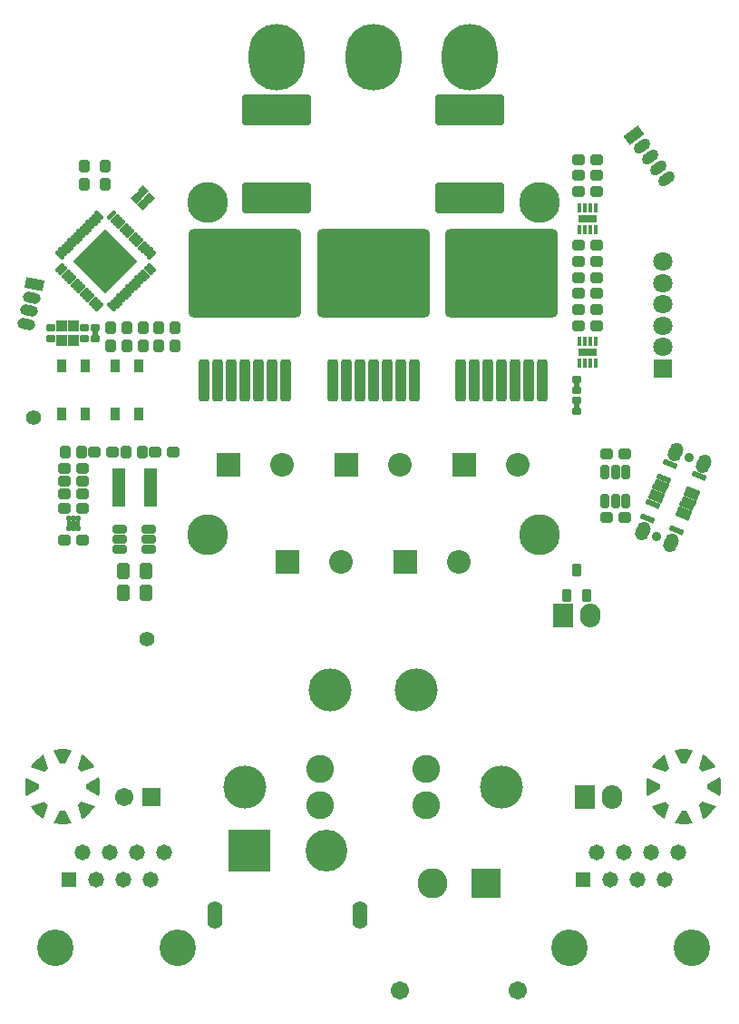
<source format=gts>
%TF.GenerationSoftware,Altium Limited,Altium Designer,23.4.1 (23)*%
G04 Layer_Color=8388736*
%FSLAX45Y45*%
%MOMM*%
%TF.SameCoordinates,71FFD784-3963-444D-9D63-9DA0FBDCC313*%
%TF.FilePolarity,Negative*%
%TF.FileFunction,Soldermask,Top*%
%TF.Part,Single*%
G01*
G75*
%TA.AperFunction,ComponentPad*%
%ADD48C,3.80000*%
%TA.AperFunction,NonConductor*%
%ADD110R,0.60000X0.67500*%
G04:AMPARAMS|DCode=111|XSize=0.675mm|YSize=0.6mm|CornerRadius=0mm|HoleSize=0mm|Usage=FLASHONLY|Rotation=45.000|XOffset=0mm|YOffset=0mm|HoleType=Round|Shape=Rectangle|*
%AMROTATEDRECTD111*
4,1,4,-0.02652,-0.45078,-0.45078,-0.02652,0.02652,0.45078,0.45078,0.02652,-0.02652,-0.45078,0.0*
%
%ADD111ROTATEDRECTD111*%

%TA.AperFunction,SMDPad,CuDef*%
G04:AMPARAMS|DCode=112|XSize=0.7032mm|YSize=0.8032mm|CornerRadius=0.1391mm|HoleSize=0mm|Usage=FLASHONLY|Rotation=90.000|XOffset=0mm|YOffset=0mm|HoleType=Round|Shape=RoundedRectangle|*
%AMROUNDEDRECTD112*
21,1,0.70320,0.52500,0,0,90.0*
21,1,0.42500,0.80320,0,0,90.0*
1,1,0.27820,0.26250,0.21250*
1,1,0.27820,0.26250,-0.21250*
1,1,0.27820,-0.26250,-0.21250*
1,1,0.27820,-0.26250,0.21250*
%
%ADD112ROUNDEDRECTD112*%
%ADD113R,0.46000X0.91000*%
%ADD114R,1.80320X0.65320*%
G04:AMPARAMS|DCode=115|XSize=1.1032mm|YSize=1.0032mm|CornerRadius=0.1616mm|HoleSize=0mm|Usage=FLASHONLY|Rotation=180.000|XOffset=0mm|YOffset=0mm|HoleType=Round|Shape=RoundedRectangle|*
%AMROUNDEDRECTD115*
21,1,1.10320,0.68000,0,0,180.0*
21,1,0.78000,1.00320,0,0,180.0*
1,1,0.32320,-0.39000,0.34000*
1,1,0.32320,0.39000,0.34000*
1,1,0.32320,0.39000,-0.34000*
1,1,0.32320,-0.39000,-0.34000*
%
%ADD115ROUNDEDRECTD115*%
G04:AMPARAMS|DCode=116|XSize=3.8732mm|YSize=0.9932mm|CornerRadius=0.20035mm|HoleSize=0mm|Usage=FLASHONLY|Rotation=90.000|XOffset=0mm|YOffset=0mm|HoleType=Round|Shape=RoundedRectangle|*
%AMROUNDEDRECTD116*
21,1,3.87320,0.59250,0,0,90.0*
21,1,3.47250,0.99320,0,0,90.0*
1,1,0.40070,0.29625,1.73625*
1,1,0.40070,0.29625,-1.73625*
1,1,0.40070,-0.29625,-1.73625*
1,1,0.40070,-0.29625,1.73625*
%
%ADD116ROUNDEDRECTD116*%
G04:AMPARAMS|DCode=117|XSize=10.5732mm|YSize=8.2432mm|CornerRadius=0.5036mm|HoleSize=0mm|Usage=FLASHONLY|Rotation=0.000|XOffset=0mm|YOffset=0mm|HoleType=Round|Shape=RoundedRectangle|*
%AMROUNDEDRECTD117*
21,1,10.57320,7.23600,0,0,0.0*
21,1,9.56600,8.24320,0,0,0.0*
1,1,1.00720,4.78300,-3.61800*
1,1,1.00720,-4.78300,-3.61800*
1,1,1.00720,-4.78300,3.61800*
1,1,1.00720,4.78300,3.61800*
%
%ADD117ROUNDEDRECTD117*%
G04:AMPARAMS|DCode=118|XSize=1.1032mm|YSize=1.0032mm|CornerRadius=0.1616mm|HoleSize=0mm|Usage=FLASHONLY|Rotation=270.000|XOffset=0mm|YOffset=0mm|HoleType=Round|Shape=RoundedRectangle|*
%AMROUNDEDRECTD118*
21,1,1.10320,0.68000,0,0,270.0*
21,1,0.78000,1.00320,0,0,270.0*
1,1,0.32320,-0.34000,-0.39000*
1,1,0.32320,-0.34000,0.39000*
1,1,0.32320,0.34000,0.39000*
1,1,0.32320,0.34000,-0.39000*
%
%ADD118ROUNDEDRECTD118*%
G04:AMPARAMS|DCode=119|XSize=0.8032mm|YSize=1.3032mm|CornerRadius=0.1466mm|HoleSize=0mm|Usage=FLASHONLY|Rotation=90.000|XOffset=0mm|YOffset=0mm|HoleType=Round|Shape=RoundedRectangle|*
%AMROUNDEDRECTD119*
21,1,0.80320,1.01000,0,0,90.0*
21,1,0.51000,1.30320,0,0,90.0*
1,1,0.29320,0.50500,0.25500*
1,1,0.29320,0.50500,-0.25500*
1,1,0.29320,-0.50500,-0.25500*
1,1,0.29320,-0.50500,0.25500*
%
%ADD119ROUNDEDRECTD119*%
G04:AMPARAMS|DCode=120|XSize=1.1032mm|YSize=1.6032mm|CornerRadius=0.1691mm|HoleSize=0mm|Usage=FLASHONLY|Rotation=180.000|XOffset=0mm|YOffset=0mm|HoleType=Round|Shape=RoundedRectangle|*
%AMROUNDEDRECTD120*
21,1,1.10320,1.26500,0,0,180.0*
21,1,0.76500,1.60320,0,0,180.0*
1,1,0.33820,-0.38250,0.63250*
1,1,0.33820,0.38250,0.63250*
1,1,0.33820,0.38250,-0.63250*
1,1,0.33820,-0.38250,-0.63250*
%
%ADD120ROUNDEDRECTD120*%
G04:AMPARAMS|DCode=121|XSize=0.8032mm|YSize=1.2532mm|CornerRadius=0.1466mm|HoleSize=0mm|Usage=FLASHONLY|Rotation=180.000|XOffset=0mm|YOffset=0mm|HoleType=Round|Shape=RoundedRectangle|*
%AMROUNDEDRECTD121*
21,1,0.80320,0.96000,0,0,180.0*
21,1,0.51000,1.25320,0,0,180.0*
1,1,0.29320,-0.25500,0.48000*
1,1,0.29320,0.25500,0.48000*
1,1,0.29320,0.25500,-0.48000*
1,1,0.29320,-0.25500,-0.48000*
%
%ADD121ROUNDEDRECTD121*%
G04:AMPARAMS|DCode=122|XSize=0.8032mm|YSize=1.3032mm|CornerRadius=0.1466mm|HoleSize=0mm|Usage=FLASHONLY|Rotation=180.000|XOffset=0mm|YOffset=0mm|HoleType=Round|Shape=RoundedRectangle|*
%AMROUNDEDRECTD122*
21,1,0.80320,1.01000,0,0,180.0*
21,1,0.51000,1.30320,0,0,180.0*
1,1,0.29320,-0.25500,0.50500*
1,1,0.29320,0.25500,0.50500*
1,1,0.29320,0.25500,-0.50500*
1,1,0.29320,-0.25500,-0.50500*
%
%ADD122ROUNDEDRECTD122*%
G04:AMPARAMS|DCode=123|XSize=2.9032mm|YSize=6.4032mm|CornerRadius=0.1691mm|HoleSize=0mm|Usage=FLASHONLY|Rotation=90.000|XOffset=0mm|YOffset=0mm|HoleType=Round|Shape=RoundedRectangle|*
%AMROUNDEDRECTD123*
21,1,2.90320,6.06500,0,0,90.0*
21,1,2.56500,6.40320,0,0,90.0*
1,1,0.33820,3.03250,1.28250*
1,1,0.33820,3.03250,-1.28250*
1,1,0.33820,-3.03250,-1.28250*
1,1,0.33820,-3.03250,1.28250*
%
%ADD123ROUNDEDRECTD123*%
G04:AMPARAMS|DCode=124|XSize=1.0132mm|YSize=0.4232mm|CornerRadius=0.1291mm|HoleSize=0mm|Usage=FLASHONLY|Rotation=135.000|XOffset=0mm|YOffset=0mm|HoleType=Round|Shape=RoundedRectangle|*
%AMROUNDEDRECTD124*
21,1,1.01320,0.16500,0,0,135.0*
21,1,0.75500,0.42320,0,0,135.0*
1,1,0.25820,-0.20860,0.32527*
1,1,0.25820,0.32527,-0.20860*
1,1,0.25820,0.20860,-0.32527*
1,1,0.25820,-0.32527,0.20860*
%
%ADD124ROUNDEDRECTD124*%
G04:AMPARAMS|DCode=125|XSize=0.4232mm|YSize=1.0132mm|CornerRadius=0.1291mm|HoleSize=0mm|Usage=FLASHONLY|Rotation=135.000|XOffset=0mm|YOffset=0mm|HoleType=Round|Shape=RoundedRectangle|*
%AMROUNDEDRECTD125*
21,1,0.42320,0.75500,0,0,135.0*
21,1,0.16500,1.01320,0,0,135.0*
1,1,0.25820,0.20860,0.32527*
1,1,0.25820,0.32527,0.20860*
1,1,0.25820,-0.20860,-0.32527*
1,1,0.25820,-0.32527,-0.20860*
%
%ADD125ROUNDEDRECTD125*%
%ADD126P,5.94422X4X180.0*%
%ADD127R,1.00320X1.10320*%
G04:AMPARAMS|DCode=128|XSize=1.0032mm|YSize=1.7032mm|CornerRadius=0mm|HoleSize=0mm|Usage=FLASHONLY|Rotation=259.000|XOffset=0mm|YOffset=0mm|HoleType=Round|Shape=Round|*
%AMOVALD128*
21,1,0.70000,1.00320,0.00000,0.00000,349.0*
1,1,1.00320,-0.34357,0.06678*
1,1,1.00320,0.34357,-0.06678*
%
%ADD128OVALD128*%

G04:AMPARAMS|DCode=129|XSize=1.0032mm|YSize=1.7032mm|CornerRadius=0mm|HoleSize=0mm|Usage=FLASHONLY|Rotation=259.000|XOffset=0mm|YOffset=0mm|HoleType=Round|Shape=Rectangle|*
%AMROTATEDRECTD129*
4,1,4,-0.74024,0.65488,0.93166,0.32989,0.74024,-0.65488,-0.93166,-0.32989,-0.74024,0.65488,0.0*
%
%ADD129ROTATEDRECTD129*%

G04:AMPARAMS|DCode=130|XSize=1.0032mm|YSize=1.7032mm|CornerRadius=0mm|HoleSize=0mm|Usage=FLASHONLY|Rotation=307.000|XOffset=0mm|YOffset=0mm|HoleType=Round|Shape=Round|*
%AMOVALD130*
21,1,0.70000,1.00320,0.00000,0.00000,37.0*
1,1,1.00320,-0.27952,-0.21063*
1,1,1.00320,0.27952,0.21063*
%
%ADD130OVALD130*%

G04:AMPARAMS|DCode=131|XSize=1.0032mm|YSize=1.7032mm|CornerRadius=0mm|HoleSize=0mm|Usage=FLASHONLY|Rotation=307.000|XOffset=0mm|YOffset=0mm|HoleType=Round|Shape=Rectangle|*
%AMROTATEDRECTD131*
4,1,4,-0.98199,-0.11191,0.37825,0.91310,0.98199,0.11191,-0.37825,-0.91310,-0.98199,-0.11191,0.0*
%
%ADD131ROTATEDRECTD131*%

G04:AMPARAMS|DCode=132|XSize=0.5032mm|YSize=1.3532mm|CornerRadius=0mm|HoleSize=0mm|Usage=FLASHONLY|Rotation=67.500|XOffset=0mm|YOffset=0mm|HoleType=Round|Shape=Rectangle|*
%AMROTATEDRECTD132*
4,1,4,0.52881,-0.49137,-0.72138,0.02648,-0.52881,0.49137,0.72138,-0.02648,0.52881,-0.49137,0.0*
%
%ADD132ROTATEDRECTD132*%

G04:AMPARAMS|DCode=133|XSize=1.0032mm|YSize=1.1032mm|CornerRadius=0.1616mm|HoleSize=0mm|Usage=FLASHONLY|Rotation=180.000|XOffset=0mm|YOffset=0mm|HoleType=Round|Shape=RoundedRectangle|*
%AMROUNDEDRECTD133*
21,1,1.00320,0.78000,0,0,180.0*
21,1,0.68000,1.10320,0,0,180.0*
1,1,0.32320,-0.34000,0.39000*
1,1,0.32320,0.34000,0.39000*
1,1,0.32320,0.34000,-0.39000*
1,1,0.32320,-0.34000,-0.39000*
%
%ADD133ROUNDEDRECTD133*%
%ADD134R,1.30320X3.60320*%
G04:AMPARAMS|DCode=135|XSize=0.5132mm|YSize=0.4532mm|CornerRadius=0.13285mm|HoleSize=0mm|Usage=FLASHONLY|Rotation=270.000|XOffset=0mm|YOffset=0mm|HoleType=Round|Shape=RoundedRectangle|*
%AMROUNDEDRECTD135*
21,1,0.51320,0.18750,0,0,270.0*
21,1,0.24750,0.45320,0,0,270.0*
1,1,0.26570,-0.09375,-0.12375*
1,1,0.26570,-0.09375,0.12375*
1,1,0.26570,0.09375,0.12375*
1,1,0.26570,0.09375,-0.12375*
%
%ADD135ROUNDEDRECTD135*%
%ADD136R,1.14320X0.50320*%
G04:AMPARAMS|DCode=137|XSize=0.7032mm|YSize=0.8032mm|CornerRadius=0.1391mm|HoleSize=0mm|Usage=FLASHONLY|Rotation=45.000|XOffset=0mm|YOffset=0mm|HoleType=Round|Shape=RoundedRectangle|*
%AMROUNDEDRECTD137*
21,1,0.70320,0.52500,0,0,45.0*
21,1,0.42500,0.80320,0,0,45.0*
1,1,0.27820,0.33587,-0.03535*
1,1,0.27820,0.03535,-0.33587*
1,1,0.27820,-0.33587,0.03535*
1,1,0.27820,-0.03535,0.33587*
%
%ADD137ROUNDEDRECTD137*%
%ADD138C,1.40320*%
%ADD139R,0.91440X1.19380*%
%TA.AperFunction,ComponentPad*%
%ADD140C,2.20320*%
%ADD141R,2.20320X2.20320*%
%ADD142C,4.00320*%
%ADD143R,1.90320X2.20320*%
%ADD144O,1.90320X2.20320*%
%ADD145C,1.70320*%
%ADD146R,1.70320X1.70320*%
%ADD147C,1.80320*%
%ADD148R,1.80320X1.80320*%
%ADD149R,1.47120X1.47120*%
%ADD150C,1.47120*%
%ADD151C,3.40320*%
%ADD152C,1.71120*%
%ADD153C,2.80320*%
%ADD154R,2.80320X2.80320*%
%ADD155O,1.40320X2.60320*%
%ADD156R,3.90320X3.90320*%
%ADD157C,3.90320*%
%ADD158C,0.91320*%
G04:AMPARAMS|DCode=159|XSize=1.8032mm|YSize=1.3032mm|CornerRadius=0mm|HoleSize=0mm|Usage=FLASHONLY|Rotation=67.500|XOffset=0mm|YOffset=0mm|HoleType=Round|Shape=Round|*
%AMOVALD159*
21,1,0.50000,1.30320,0.00000,0.00000,67.5*
1,1,1.30320,-0.09567,-0.23097*
1,1,1.30320,0.09567,0.23097*
%
%ADD159OVALD159*%

%ADD160C,2.60320*%
%ADD161O,5.20320X6.20320*%
G36*
X-2835904Y-3555241D02*
X-2814927Y-3560497D01*
X-2877800Y-3680400D01*
X-2923200D01*
X-2985956Y-3560719D01*
Y-3560719D01*
X-2985956D01*
X-2964994Y-3555408D01*
X-2922080Y-3550028D01*
X-2878831Y-3549972D01*
X-2835904Y-3555241D01*
D02*
G37*
G36*
X-2720872Y-3599312D02*
X-2702294Y-3610380D01*
X-2668146Y-3636920D01*
X-2637524Y-3667462D01*
X-2610895Y-3701541D01*
X-2599779Y-3720090D01*
X-2729021Y-3760417D01*
X-2761124Y-3728314D01*
X-2720872Y-3599312D01*
X-2720872Y-3599312D01*
Y-3599312D01*
D02*
G37*
G36*
X-3039583Y-3729021D02*
X-3071686Y-3761124D01*
X-3200688Y-3720872D01*
X-3200688Y-3720872D01*
X-3189621Y-3702294D01*
X-3163081Y-3668146D01*
X-3132538Y-3637524D01*
X-3098459Y-3610895D01*
X-3079910Y-3599779D01*
X-3039583Y-3729021D01*
D02*
G37*
G36*
X-2555408Y-3835007D02*
X-2550028Y-3877920D01*
X-2549972Y-3921169D01*
X-2555241Y-3964097D01*
X-2560497Y-3985073D01*
X-2680400Y-3922200D01*
Y-3876800D01*
X-2560719Y-3814044D01*
X-2560719D01*
X-2555408Y-3835007D01*
D02*
G37*
G36*
X-3119600Y-3877800D02*
Y-3923200D01*
X-3239281Y-3985956D01*
X-3239281D01*
X-3239281Y-3985956D01*
X-3244592Y-3964994D01*
X-3249972Y-3922080D01*
X-3250028Y-3878831D01*
X-3244760Y-3835904D01*
X-3239504Y-3814927D01*
X-3119600Y-3877800D01*
D02*
G37*
G36*
X-2599312Y-4079128D02*
X-2599312Y-4079128D01*
X-2599312Y-4079128D01*
X-2610380Y-4097706D01*
X-2636920Y-4131855D01*
X-2667462Y-4162476D01*
X-2701541Y-4189105D01*
X-2720090Y-4200221D01*
X-2760417Y-4070979D01*
X-2728314Y-4038876D01*
X-2599312Y-4079128D01*
D02*
G37*
G36*
X-3038876Y-4071686D02*
X-3079128Y-4200688D01*
X-3079128Y-4200688D01*
X-3079128D01*
X-3097706Y-4189621D01*
X-3131855Y-4163081D01*
X-3162476Y-4132538D01*
X-3189105Y-4098459D01*
X-3200221Y-4079910D01*
X-3070979Y-4039583D01*
X-3038876Y-4071686D01*
D02*
G37*
G36*
X-2814044Y-4239281D02*
Y-4239281D01*
Y-4239281D01*
X-2835007Y-4244592D01*
X-2877920Y-4249972D01*
X-2921169Y-4250028D01*
X-2964097Y-4244760D01*
X-2985073Y-4239504D01*
X-2922200Y-4119600D01*
X-2876800D01*
X-2814044Y-4239281D01*
D02*
G37*
G36*
X2964096Y-3555241D02*
X2985073Y-3560497D01*
X2922200Y-3680400D01*
X2876800D01*
X2814044Y-3560719D01*
Y-3560719D01*
X2814044D01*
X2835007Y-3555408D01*
X2877920Y-3550028D01*
X2921169Y-3549972D01*
X2964096Y-3555241D01*
D02*
G37*
G36*
X3079128Y-3599312D02*
X3097706Y-3610380D01*
X3131854Y-3636920D01*
X3162476Y-3667462D01*
X3189105Y-3701541D01*
X3200221Y-3720090D01*
X3070979Y-3760417D01*
X3038876Y-3728314D01*
X3079128Y-3599312D01*
X3079128Y-3599312D01*
Y-3599312D01*
D02*
G37*
G36*
X2760417Y-3729021D02*
X2728314Y-3761124D01*
X2599312Y-3720872D01*
X2599312Y-3720872D01*
X2610379Y-3702294D01*
X2636920Y-3668146D01*
X2667462Y-3637524D01*
X2701541Y-3610895D01*
X2720090Y-3599779D01*
X2760417Y-3729021D01*
D02*
G37*
G36*
X3244592Y-3835007D02*
X3249972Y-3877920D01*
X3250028Y-3921169D01*
X3244760Y-3964097D01*
X3239504Y-3985073D01*
X3119600Y-3922200D01*
Y-3876800D01*
X3239281Y-3814044D01*
X3239281D01*
X3244592Y-3835007D01*
D02*
G37*
G36*
X2680400Y-3877800D02*
Y-3923200D01*
X2560719Y-3985956D01*
X2560719D01*
X2560719Y-3985956D01*
X2555408Y-3964994D01*
X2550028Y-3922080D01*
X2549972Y-3878831D01*
X2555240Y-3835904D01*
X2560496Y-3814927D01*
X2680400Y-3877800D01*
D02*
G37*
G36*
X3200688Y-4079128D02*
X3200688Y-4079128D01*
X3200688Y-4079128D01*
X3189620Y-4097706D01*
X3163080Y-4131855D01*
X3132538Y-4162476D01*
X3098459Y-4189105D01*
X3079910Y-4200221D01*
X3039583Y-4070979D01*
X3071686Y-4038876D01*
X3200688Y-4079128D01*
D02*
G37*
G36*
X2761124Y-4071686D02*
X2720872Y-4200688D01*
X2720872Y-4200688D01*
X2720872D01*
X2702294Y-4189621D01*
X2668146Y-4163081D01*
X2637524Y-4132538D01*
X2610895Y-4098459D01*
X2599779Y-4079910D01*
X2729021Y-4039583D01*
X2761124Y-4071686D01*
D02*
G37*
G36*
X2985956Y-4239281D02*
Y-4239281D01*
Y-4239281D01*
X2964993Y-4244592D01*
X2922080Y-4249972D01*
X2878831Y-4250028D01*
X2835903Y-4244760D01*
X2814927Y-4239504D01*
X2877800Y-4119600D01*
X2923200D01*
X2985956Y-4239281D01*
D02*
G37*
D48*
X1550000Y1550000D02*
D03*
Y-1550000D02*
D03*
X-1550000D02*
D03*
Y1550000D02*
D03*
D110*
X1900000Y-353754D02*
D03*
Y-153739D02*
D03*
X-2600000Y326254D02*
D03*
D111*
X-2122650Y1557350D02*
D03*
X-2182653Y1617350D02*
D03*
D112*
X1900000Y-400000D02*
D03*
Y-300000D02*
D03*
Y-100000D02*
D03*
Y-200000D02*
D03*
X-2700000Y380000D02*
D03*
Y280000D02*
D03*
X-3010000D02*
D03*
Y380000D02*
D03*
X-2600000Y280000D02*
D03*
Y380000D02*
D03*
D113*
X1925000Y48000D02*
D03*
X1975000D02*
D03*
X2025000D02*
D03*
X1925000Y252000D02*
D03*
X2075000Y48000D02*
D03*
X1975000Y252000D02*
D03*
X2075000D02*
D03*
X2025000D02*
D03*
X1925000Y1502000D02*
D03*
X2075000Y1298000D02*
D03*
X1925000D02*
D03*
X1975000Y1502000D02*
D03*
X2025000D02*
D03*
X2075000D02*
D03*
X2025000Y1298000D02*
D03*
X1975000D02*
D03*
D114*
X2000000Y150000D02*
D03*
Y1400000D02*
D03*
D115*
X1915000Y400000D02*
D03*
X2085000D02*
D03*
X1915000Y1000000D02*
D03*
X2085000D02*
D03*
Y550000D02*
D03*
X1915000D02*
D03*
Y700000D02*
D03*
X2085000D02*
D03*
Y850000D02*
D03*
X1915000D02*
D03*
X1915000Y1150000D02*
D03*
X2085000D02*
D03*
X1915000Y1650000D02*
D03*
X2085000D02*
D03*
Y1800000D02*
D03*
X1915000D02*
D03*
X2175000Y-1390000D02*
D03*
X2345000D02*
D03*
X2175000Y-800000D02*
D03*
X2345000D02*
D03*
X1915000Y1950000D02*
D03*
X2085000D02*
D03*
X-2435000Y-780000D02*
D03*
X-2605000D02*
D03*
X-1865000D02*
D03*
X-2035000D02*
D03*
X-2715000Y-930000D02*
D03*
X-2885000D02*
D03*
X-2715000Y-1050000D02*
D03*
X-2885000D02*
D03*
X-2715000Y-1170000D02*
D03*
X-2885000D02*
D03*
X-2715000Y-1300000D02*
D03*
X-2885000D02*
D03*
Y-1600000D02*
D03*
X-2715000D02*
D03*
D116*
X819000Y-107000D02*
D03*
X1581000D02*
D03*
X1454000D02*
D03*
X1327000D02*
D03*
X1200000D02*
D03*
X946000D02*
D03*
X1073000D02*
D03*
X-127000D02*
D03*
X0D02*
D03*
X-254000D02*
D03*
X127000D02*
D03*
X254000D02*
D03*
X381000D02*
D03*
X-381000D02*
D03*
X-1327000D02*
D03*
X-1200000D02*
D03*
X-1454000D02*
D03*
X-1073000D02*
D03*
X-946000D02*
D03*
X-819000D02*
D03*
X-1581000D02*
D03*
D117*
X1200000Y889000D02*
D03*
X0D02*
D03*
X-1200000D02*
D03*
D118*
X-2700000Y1715000D02*
D03*
Y1885000D02*
D03*
X-2500000Y1715000D02*
D03*
Y1885000D02*
D03*
X-1850000Y215000D02*
D03*
Y385000D02*
D03*
X-2000000Y215000D02*
D03*
Y385000D02*
D03*
X-2150000Y215000D02*
D03*
Y385000D02*
D03*
X-2300000Y215000D02*
D03*
Y385000D02*
D03*
X-2450000D02*
D03*
Y215000D02*
D03*
D119*
X-2095000Y-1685000D02*
D03*
X-2365000D02*
D03*
Y-1590000D02*
D03*
Y-1495000D02*
D03*
X-2095000D02*
D03*
Y-1590000D02*
D03*
D120*
X-2335000Y-1890000D02*
D03*
X-2125000D02*
D03*
X-2335000Y-2090000D02*
D03*
X-2125000D02*
D03*
D121*
X1995000Y-2118500D02*
D03*
X1900000Y-1881500D02*
D03*
X1805000Y-2118500D02*
D03*
D122*
X2260000Y-965000D02*
D03*
Y-1235000D02*
D03*
X2165000Y-965000D02*
D03*
Y-1235000D02*
D03*
X2355000Y-965000D02*
D03*
Y-1235000D02*
D03*
D123*
X-900000Y1590000D02*
D03*
Y2410000D02*
D03*
X900000Y1590000D02*
D03*
Y2410000D02*
D03*
D124*
X-2927446Y1059750D02*
D03*
X-2899162Y1088035D02*
D03*
X-2870877Y1116319D02*
D03*
X-2842593Y1144603D02*
D03*
X-2814309Y1172888D02*
D03*
X-2786025Y1201172D02*
D03*
X-2757740Y1229456D02*
D03*
X-2729456Y1257740D02*
D03*
X-2701172Y1286025D02*
D03*
X-2672888Y1314309D02*
D03*
X-2644603Y1342593D02*
D03*
X-2616319Y1370877D02*
D03*
X-2588035Y1399162D02*
D03*
X-2072554Y940250D02*
D03*
X-2157407Y855397D02*
D03*
X-2185691Y827112D02*
D03*
X-2213976Y798828D02*
D03*
X-2242260Y770544D02*
D03*
X-2270544Y742260D02*
D03*
X-2298828Y713975D02*
D03*
X-2440250Y572554D02*
D03*
X-2100838Y911965D02*
D03*
X-2129123Y883681D02*
D03*
X-2559751Y1427446D02*
D03*
X-2355397Y657407D02*
D03*
X-2327112Y685691D02*
D03*
X-2383681Y629123D02*
D03*
X-2411965Y600838D02*
D03*
D125*
X-2786025Y798828D02*
D03*
X-2814309Y827112D02*
D03*
X-2870877Y883681D02*
D03*
X-2899162Y911965D02*
D03*
X-2927446Y940250D02*
D03*
X-2440250Y1427446D02*
D03*
X-2411965Y1399162D02*
D03*
X-2327112Y1314309D02*
D03*
X-2270544Y1257740D02*
D03*
X-2242260Y1229456D02*
D03*
X-2072554Y1059750D02*
D03*
X-2129123Y1116319D02*
D03*
X-2100838Y1088035D02*
D03*
X-2157407Y1144603D02*
D03*
X-2185691Y1172888D02*
D03*
X-2298828Y1286025D02*
D03*
X-2213976Y1201172D02*
D03*
X-2588035Y600838D02*
D03*
X-2559751Y572554D02*
D03*
X-2842593Y855397D02*
D03*
X-2729456Y742260D02*
D03*
X-2757740Y770544D02*
D03*
X-2383681Y1370877D02*
D03*
X-2616319Y629123D02*
D03*
X-2644603Y657407D02*
D03*
X-2672888Y685691D02*
D03*
X-2701172Y713975D02*
D03*
X-2355397Y1342593D02*
D03*
D126*
X-2500000Y1000000D02*
D03*
D127*
X-2910000Y260000D02*
D03*
X-2800000Y400000D02*
D03*
Y260000D02*
D03*
X-2910000Y400000D02*
D03*
D128*
X-3236348Y413001D02*
D03*
X-3212115Y537668D02*
D03*
X-3187883Y662335D02*
D03*
D129*
X-3163652Y786999D02*
D03*
D130*
X2741076Y1766435D02*
D03*
X2664645Y1867862D02*
D03*
X2588215Y1969289D02*
D03*
X2511784Y2070715D02*
D03*
D131*
X2435355Y2172138D02*
D03*
D132*
X2557566Y-1397238D02*
D03*
X2831958Y-1510895D02*
D03*
X2614968Y-1258656D02*
D03*
X2634102Y-1212462D02*
D03*
X2653237Y-1166268D02*
D03*
X2672371Y-1120074D02*
D03*
X2691505Y-1073880D02*
D03*
X2710639Y-1027687D02*
D03*
X2768042Y-889105D02*
D03*
X2889361Y-1372313D02*
D03*
X2908495Y-1326120D02*
D03*
X2927629Y-1279925D02*
D03*
X2946763Y-1233731D02*
D03*
X2965898Y-1187537D02*
D03*
X2985032Y-1141343D02*
D03*
X3042434Y-1002762D02*
D03*
D133*
X-2875000Y-780000D02*
D03*
X-2725000D02*
D03*
X-2155000D02*
D03*
X-2305000D02*
D03*
D134*
X-2380000Y-1110000D02*
D03*
X-2080000D02*
D03*
D135*
X-2800000Y-1491000D02*
D03*
X-2760000Y-1400000D02*
D03*
X-2800000D02*
D03*
X-2840000D02*
D03*
Y-1491000D02*
D03*
X-2760000D02*
D03*
D136*
X-2800000Y-1445500D02*
D03*
D137*
X-2155355Y1524645D02*
D03*
X-2215355Y1584645D02*
D03*
X-2144645Y1655355D02*
D03*
X-2084645Y1595355D02*
D03*
D138*
X-2110000Y-2520000D02*
D03*
X-3170000Y-460000D02*
D03*
D139*
X-2192500Y25000D02*
D03*
X-2907500D02*
D03*
X-2407500D02*
D03*
X-2692500D02*
D03*
Y-425000D02*
D03*
X-2907500D02*
D03*
X-2192500D02*
D03*
X-2407500D02*
D03*
D140*
X-850000Y-900000D02*
D03*
X250000D02*
D03*
X1350000D02*
D03*
X-300000Y-1800000D02*
D03*
X800000D02*
D03*
D141*
X-1350000Y-900000D02*
D03*
X-250000D02*
D03*
X850000D02*
D03*
X-800000Y-1800000D02*
D03*
X300000D02*
D03*
D142*
X400000Y-3000000D02*
D03*
X-400000D02*
D03*
X-1200000Y-3900000D02*
D03*
X1200000D02*
D03*
D143*
X1773000Y-2300000D02*
D03*
X1973000Y-4000000D02*
D03*
D144*
X2027000Y-2300000D02*
D03*
X2227000Y-4000000D02*
D03*
D145*
X-2327000D02*
D03*
D146*
X-2073000D02*
D03*
D147*
X2700000Y1000000D02*
D03*
Y800000D02*
D03*
Y200000D02*
D03*
Y400000D02*
D03*
Y600000D02*
D03*
D148*
Y0D02*
D03*
D149*
X1955500Y-4765000D02*
D03*
X-2844500D02*
D03*
D150*
X2082500Y-4511000D02*
D03*
X2209500Y-4765000D02*
D03*
X2336500Y-4511000D02*
D03*
X2463500Y-4765000D02*
D03*
X2590500Y-4511000D02*
D03*
X2717500Y-4765000D02*
D03*
X2844500Y-4511000D02*
D03*
X-2717500D02*
D03*
X-2590500Y-4765000D02*
D03*
X-2463500Y-4511000D02*
D03*
X-2336500Y-4765000D02*
D03*
X-2209500Y-4511000D02*
D03*
X-2082500Y-4765000D02*
D03*
X-1955500Y-4511000D02*
D03*
D151*
X1828500Y-5400000D02*
D03*
X2971500D02*
D03*
X-2971500D02*
D03*
X-1828500D02*
D03*
D152*
X1350000Y-5800000D02*
D03*
X250000D02*
D03*
D153*
X550000Y-4800000D02*
D03*
D154*
X1050000D02*
D03*
D155*
X-1475000Y-5100000D02*
D03*
X-125000D02*
D03*
D156*
X-1160000Y-4500000D02*
D03*
D157*
X-440000D02*
D03*
D158*
X2646927Y-1569552D02*
D03*
X2953073Y-830448D02*
D03*
D159*
X2514812Y-1514828D02*
D03*
X2820959Y-775724D02*
D03*
X2779041Y-1624275D02*
D03*
X3085188Y-885172D02*
D03*
D160*
X-496000Y-3730000D02*
D03*
Y-4070000D02*
D03*
X496000Y-3730000D02*
D03*
Y-4070000D02*
D03*
D161*
X-900000Y2900000D02*
D03*
X0D02*
D03*
X900000D02*
D03*
%TF.MD5,daec630473a70fc56ea7badc1be01a04*%
M02*

</source>
